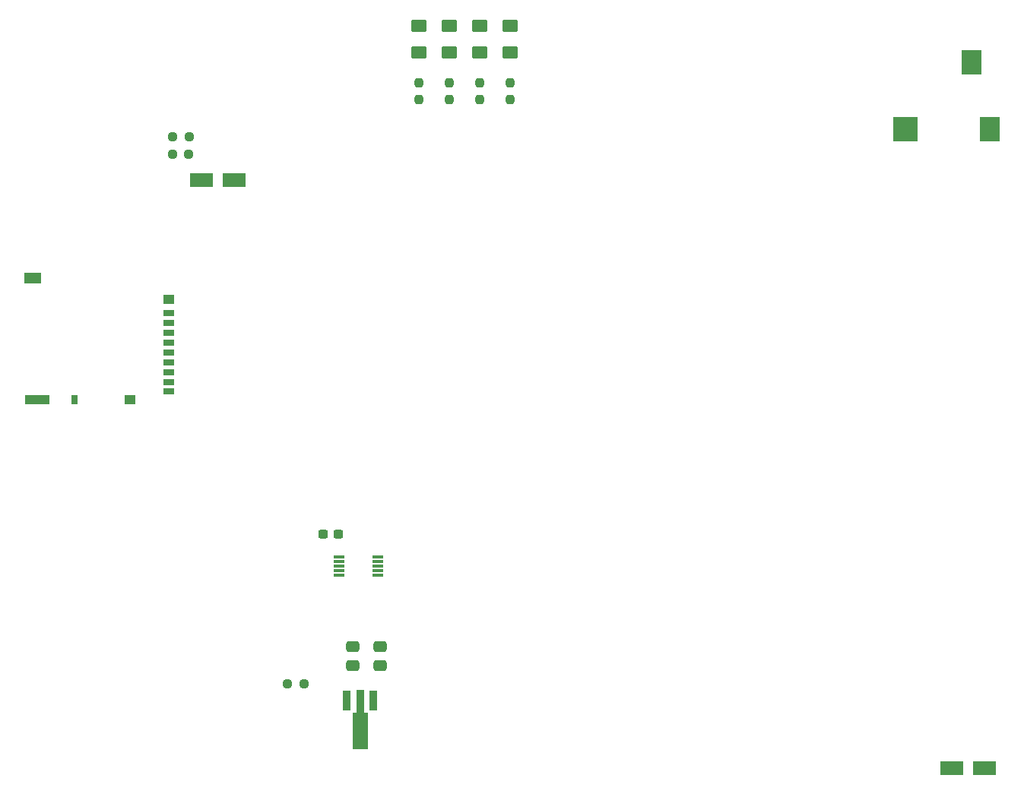
<source format=gbr>
%TF.GenerationSoftware,KiCad,Pcbnew,7.0.1*%
%TF.CreationDate,2023-05-09T10:27:10-07:00*%
%TF.ProjectId,expansionboardA,65787061-6e73-4696-9f6e-626f61726441,3*%
%TF.SameCoordinates,Original*%
%TF.FileFunction,Paste,Bot*%
%TF.FilePolarity,Positive*%
%FSLAX46Y46*%
G04 Gerber Fmt 4.6, Leading zero omitted, Abs format (unit mm)*
G04 Created by KiCad (PCBNEW 7.0.1) date 2023-05-09 10:27:10*
%MOMM*%
%LPD*%
G01*
G04 APERTURE LIST*
G04 Aperture macros list*
%AMRoundRect*
0 Rectangle with rounded corners*
0 $1 Rounding radius*
0 $2 $3 $4 $5 $6 $7 $8 $9 X,Y pos of 4 corners*
0 Add a 4 corners polygon primitive as box body*
4,1,4,$2,$3,$4,$5,$6,$7,$8,$9,$2,$3,0*
0 Add four circle primitives for the rounded corners*
1,1,$1+$1,$2,$3*
1,1,$1+$1,$4,$5*
1,1,$1+$1,$6,$7*
1,1,$1+$1,$8,$9*
0 Add four rect primitives between the rounded corners*
20,1,$1+$1,$2,$3,$4,$5,0*
20,1,$1+$1,$4,$5,$6,$7,0*
20,1,$1+$1,$6,$7,$8,$9,0*
20,1,$1+$1,$8,$9,$2,$3,0*%
%AMFreePoly0*
4,1,9,5.362500,-0.866500,1.237500,-0.866500,1.237500,-0.450000,-1.237500,-0.450000,-1.237500,0.450000,1.237500,0.450000,1.237500,0.866500,5.362500,0.866500,5.362500,-0.866500,5.362500,-0.866500,$1*%
G04 Aperture macros list end*
%ADD10RoundRect,0.237500X0.250000X0.237500X-0.250000X0.237500X-0.250000X-0.237500X0.250000X-0.237500X0*%
%ADD11R,2.200000X2.800000*%
%ADD12R,2.800000X2.800000*%
%ADD13RoundRect,0.250000X-1.050000X-0.550000X1.050000X-0.550000X1.050000X0.550000X-1.050000X0.550000X0*%
%ADD14RoundRect,0.237500X-0.250000X-0.237500X0.250000X-0.237500X0.250000X0.237500X-0.250000X0.237500X0*%
%ADD15R,1.308100X0.304800*%
%ADD16RoundRect,0.237500X0.237500X-0.250000X0.237500X0.250000X-0.237500X0.250000X-0.237500X-0.250000X0*%
%ADD17RoundRect,0.250001X-0.624999X0.462499X-0.624999X-0.462499X0.624999X-0.462499X0.624999X0.462499X0*%
%ADD18R,1.200000X0.700000*%
%ADD19R,1.200000X1.000000*%
%ADD20R,2.800000X1.000000*%
%ADD21R,1.900000X1.300000*%
%ADD22R,0.800000X1.000000*%
%ADD23RoundRect,0.250000X0.475000X-0.337500X0.475000X0.337500X-0.475000X0.337500X-0.475000X-0.337500X0*%
%ADD24RoundRect,0.237500X-0.300000X-0.237500X0.300000X-0.237500X0.300000X0.237500X-0.300000X0.237500X0*%
%ADD25R,0.900000X2.300000*%
%ADD26FreePoly0,270.000000*%
G04 APERTURE END LIST*
D10*
%TO.C,R1*%
X53744500Y-94742000D03*
X51919500Y-94742000D03*
%TD*%
D11*
%TO.C,AU1*%
X130149600Y-32943800D03*
D12*
X120749600Y-32943800D03*
D11*
X128149600Y-25543800D03*
%TD*%
D13*
%TO.C,C5*%
X125940000Y-104140000D03*
X129540000Y-104140000D03*
%TD*%
D14*
%TO.C,R16*%
X39119800Y-33832800D03*
X40944800Y-33832800D03*
%TD*%
D13*
%TO.C,C20*%
X42374000Y-38608000D03*
X45974000Y-38608000D03*
%TD*%
D15*
%TO.C,U6*%
X57683400Y-82702400D03*
X57683400Y-82194400D03*
X57683400Y-81686400D03*
X57683400Y-81178400D03*
X57683400Y-80670400D03*
X61988700Y-80670400D03*
X61988700Y-81178400D03*
X61988700Y-81686400D03*
X61988700Y-82194400D03*
X61988700Y-82702400D03*
%TD*%
D16*
%TO.C,R6*%
X66576100Y-29625700D03*
X66576100Y-27800700D03*
%TD*%
D17*
%TO.C,D4*%
X69965200Y-21412200D03*
X69965200Y-24387200D03*
%TD*%
D18*
%TO.C,CRD1*%
X38671200Y-53492000D03*
X38671200Y-54592000D03*
X38671200Y-55692000D03*
X38671200Y-56792000D03*
X38671200Y-57892000D03*
X38671200Y-58992000D03*
X38671200Y-60092000D03*
X38671200Y-61192000D03*
D19*
X34371200Y-63092000D03*
D20*
X24021200Y-63092000D03*
D21*
X23571200Y-49592000D03*
D19*
X38671200Y-51942000D03*
D22*
X28171200Y-63092000D03*
D18*
X38671200Y-62142000D03*
%TD*%
D23*
%TO.C,C6*%
X59182000Y-92731500D03*
X59182000Y-90656500D03*
%TD*%
D16*
%TO.C,R4*%
X73357900Y-29625700D03*
X73357900Y-27800700D03*
%TD*%
D17*
%TO.C,D5*%
X66575200Y-21412200D03*
X66575200Y-24387200D03*
%TD*%
D14*
%TO.C,R17*%
X39094400Y-35788600D03*
X40919400Y-35788600D03*
%TD*%
D16*
%TO.C,R3*%
X76748800Y-29625700D03*
X76748800Y-27800700D03*
%TD*%
%TO.C,R5*%
X69967000Y-29625700D03*
X69967000Y-27800700D03*
%TD*%
D17*
%TO.C,D2*%
X76745200Y-21412200D03*
X76745200Y-24387200D03*
%TD*%
D24*
%TO.C,C10*%
X55855700Y-78079600D03*
X57580700Y-78079600D03*
%TD*%
D23*
%TO.C,C7*%
X62230000Y-92731500D03*
X62230000Y-90656500D03*
%TD*%
D17*
%TO.C,D3*%
X73355200Y-21412200D03*
X73355200Y-24387200D03*
%TD*%
D25*
%TO.C,U3*%
X58496200Y-96625700D03*
D26*
X59996200Y-96713200D03*
D25*
X61496200Y-96625700D03*
%TD*%
M02*

</source>
